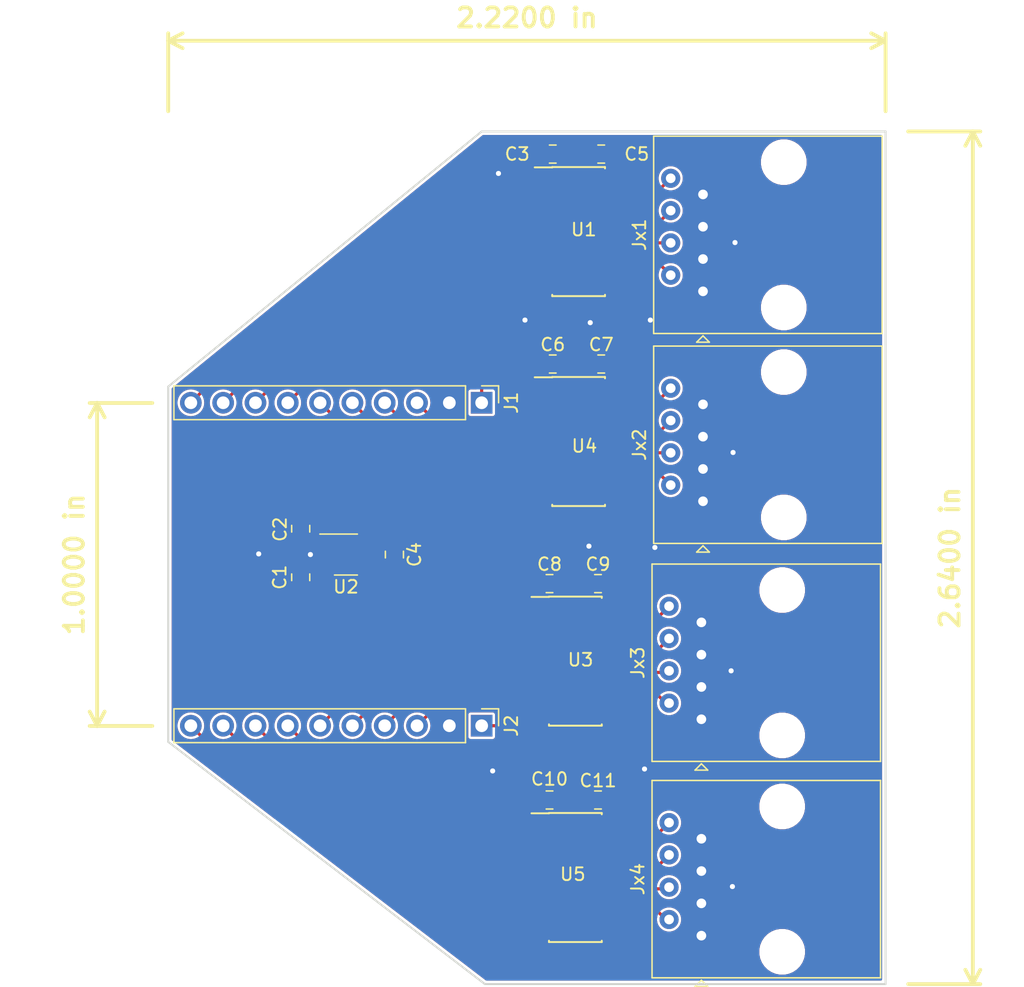
<source format=kicad_pcb>
(kicad_pcb (version 20171130) (host pcbnew 5.0.1+dfsg1-2)
  (layers (0 F.Cu signal) (31 B.Cu signal) (34 B.Paste user hide) (35 F.Paste user hide) (36 B.SilkS user) (37 F.SilkS user) (38 B.Mask user hide) (39 F.Mask user hide) (44 Edge.Cuts user))
  (net 0 "")
  (net 1 +3V3)
  (net 2 GND)
  (net 3 "/iCEstick connector/FPGA_116")
  (net 4 "/iCEstick connector/FPGA_117")
  (net 5 "/iCEstick connector/FPGA_118")
  (net 6 "/iCEstick connector/FPGA_119")
  (net 7 +5V)
  (net 8 "/Connector 2/OUT4")
  (net 9 "/Connector 2/OUT3")
  (net 10 "/Connector 2/OUT2")
  (net 11 "/Connector 2/OUT1")
  (net 12 "/Connector 3/OUT1")
  (net 13 "/Connector 3/OUT2")
  (net 14 "/Connector 3/OUT3")
  (net 15 "/Connector 3/OUT4")
  (net 16 "/iCEstick connector/FPGA_56")
  (net 17 "/iCEstick connector/FPGA_60")
  (net 18 "/iCEstick connector/FPGA_61")
  (net 19 "/iCEstick connector/FPGA_62")
  (net 20 "/iCEstick connector/FPGA_112")
  (net 21 "/iCEstick connector/FPGA_113")
  (net 22 "/iCEstick connector/FPGA_114")
  (net 23 "/iCEstick connector/FPGA_115")
  (net 24 "/Connector 1/OUT4")
  (net 25 "/Connector 1/OUT3")
  (net 26 "/Connector 1/OUT2")
  (net 27 "/Connector 1/OUT1")
  (net 28 "/Connector 4/OUT1")
  (net 29 "/Connector 4/OUT2")
  (net 30 "/Connector 4/OUT3")
  (net 31 "/Connector 4/OUT4")
  (net 32 "/iCEstick connector/FPGA_44")
  (net 33 "/iCEstick connector/FPGA_45")
  (net 34 "/iCEstick connector/FPGA_47")
  (net 35 "/iCEstick connector/FPGA_48")
  (net 36 "Net-(C4-Pad1)")
  (net 37 "Net-(C4-Pad2)")
  (module Package_SO:SOIC-16_3.9x9.9mm_P1.27mm (layer F.Cu) (at 190.754 110.998)
    (fp_text reference U5 (at -0.2032 -0.254) (layer F.SilkS))
    (fp_text value Si8640BB-B-IS1)
    (pad 1 smd rect (at -2.7 -4.445) (size 1.5 0.6) (layers F.Cu F.Paste F.Mask) (net 1 +3V3))
    (pad 2 smd rect (at -2.7 -3.175) (size 1.5 0.6) (layers F.Cu F.Paste F.Mask) (net 2 GND))
    (pad 3 smd rect (at -2.7 -1.905) (size 1.5 0.6) (layers F.Cu F.Paste F.Mask) (net 35 "/iCEstick connector/FPGA_48"))
    (pad 4 smd rect (at -2.7 -0.635) (size 1.5 0.6) (layers F.Cu F.Paste F.Mask) (net 34 "/iCEstick connector/FPGA_47"))
    (pad 5 smd rect (at -2.7 0.635) (size 1.5 0.6) (layers F.Cu F.Paste F.Mask) (net 33 "/iCEstick connector/FPGA_45"))
    (pad 6 smd rect (at -2.7 1.905) (size 1.5 0.6) (layers F.Cu F.Paste F.Mask) (net 32 "/iCEstick connector/FPGA_44"))
    (pad 7 smd rect (at -2.7 3.175) (size 1.5 0.6) (layers F.Cu F.Paste F.Mask))
    (pad 8 smd rect (at -2.7 4.445) (size 1.5 0.6) (layers F.Cu F.Paste F.Mask) (net 2 GND))
    (pad 9 smd rect (at 2.7 4.445) (size 1.5 0.6) (layers F.Cu F.Paste F.Mask) (net 2 GND))
    (pad 10 smd rect (at 2.7 3.175) (size 1.5 0.6) (layers F.Cu F.Paste F.Mask) (net 7 +5V))
    (pad 11 smd rect (at 2.7 1.905) (size 1.5 0.6) (layers F.Cu F.Paste F.Mask) (net 31 "/Connector 4/OUT4"))
    (pad 12 smd rect (at 2.7 0.635) (size 1.5 0.6) (layers F.Cu F.Paste F.Mask) (net 30 "/Connector 4/OUT3"))
    (pad 13 smd rect (at 2.7 -0.635) (size 1.5 0.6) (layers F.Cu F.Paste F.Mask) (net 29 "/Connector 4/OUT2"))
    (pad 14 smd rect (at 2.7 -1.905) (size 1.5 0.6) (layers F.Cu F.Paste F.Mask) (net 28 "/Connector 4/OUT1"))
    (pad 15 smd rect (at 2.7 -3.175) (size 1.5 0.6) (layers F.Cu F.Paste F.Mask) (net 2 GND))
    (pad 16 smd rect (at 2.7 -4.445) (size 1.5 0.6) (layers F.Cu F.Paste F.Mask) (net 7 +5V))
  )
  (module Package_SO:SOIC-16_3.9x9.9mm_P1.27mm (layer F.Cu) (at 191.008 60.198)
    (fp_text reference U1 (at 0.4064 -0.1524) (layer F.SilkS))
    (fp_text value Si8640BB-B-IS1)
    (pad 1 smd rect (at -2.7 -4.445) (size 1.5 0.6) (layers F.Cu F.Paste F.Mask) (net 1 +3V3))
    (pad 2 smd rect (at -2.7 -3.175) (size 1.5 0.6) (layers F.Cu F.Paste F.Mask) (net 2 GND))
    (pad 3 smd rect (at -2.7 -1.905) (size 1.5 0.6) (layers F.Cu F.Paste F.Mask) (net 6 "/iCEstick connector/FPGA_119"))
    (pad 4 smd rect (at -2.7 -0.635) (size 1.5 0.6) (layers F.Cu F.Paste F.Mask) (net 5 "/iCEstick connector/FPGA_118"))
    (pad 5 smd rect (at -2.7 0.635) (size 1.5 0.6) (layers F.Cu F.Paste F.Mask) (net 4 "/iCEstick connector/FPGA_117"))
    (pad 6 smd rect (at -2.7 1.905) (size 1.5 0.6) (layers F.Cu F.Paste F.Mask) (net 3 "/iCEstick connector/FPGA_116"))
    (pad 7 smd rect (at -2.7 3.175) (size 1.5 0.6) (layers F.Cu F.Paste F.Mask))
    (pad 8 smd rect (at -2.7 4.445) (size 1.5 0.6) (layers F.Cu F.Paste F.Mask) (net 2 GND))
    (pad 9 smd rect (at 2.7 4.445) (size 1.5 0.6) (layers F.Cu F.Paste F.Mask) (net 2 GND))
    (pad 10 smd rect (at 2.7 3.175) (size 1.5 0.6) (layers F.Cu F.Paste F.Mask) (net 7 +5V))
    (pad 11 smd rect (at 2.7 1.905) (size 1.5 0.6) (layers F.Cu F.Paste F.Mask) (net 24 "/Connector 1/OUT4"))
    (pad 12 smd rect (at 2.7 0.635) (size 1.5 0.6) (layers F.Cu F.Paste F.Mask) (net 25 "/Connector 1/OUT3"))
    (pad 13 smd rect (at 2.7 -0.635) (size 1.5 0.6) (layers F.Cu F.Paste F.Mask) (net 26 "/Connector 1/OUT2"))
    (pad 14 smd rect (at 2.7 -1.905) (size 1.5 0.6) (layers F.Cu F.Paste F.Mask) (net 27 "/Connector 1/OUT1"))
    (pad 15 smd rect (at 2.7 -3.175) (size 1.5 0.6) (layers F.Cu F.Paste F.Mask) (net 2 GND))
    (pad 16 smd rect (at 2.7 -4.445) (size 1.5 0.6) (layers F.Cu F.Paste F.Mask) (net 7 +5V))
  )
  (module Connector_PinHeader_2.54mm:PinHeader_1x10_P2.54mm_Vertical (layer F.Cu) (at 183.388 73.66 270)
    (fp_text reference J1 (at 0 -2.33 270) (layer F.SilkS))
    (fp_text value Conn_01x10)
    (pad 10 thru_hole oval (at 0 22.86 270) (size 1.7 1.7) (drill 1) (layers *.Cu *.Mask) (net 6 "/iCEstick connector/FPGA_119"))
    (pad 9 thru_hole oval (at 0 20.32 270) (size 1.7 1.7) (drill 1) (layers *.Cu *.Mask) (net 5 "/iCEstick connector/FPGA_118"))
    (pad 8 thru_hole oval (at 0 17.78 270) (size 1.7 1.7) (drill 1) (layers *.Cu *.Mask) (net 4 "/iCEstick connector/FPGA_117"))
    (pad 7 thru_hole oval (at 0 15.24 270) (size 1.7 1.7) (drill 1) (layers *.Cu *.Mask) (net 3 "/iCEstick connector/FPGA_116"))
    (pad 6 thru_hole oval (at 0 12.7 270) (size 1.7 1.7) (drill 1) (layers *.Cu *.Mask) (net 23 "/iCEstick connector/FPGA_115"))
    (pad 5 thru_hole oval (at 0 10.16 270) (size 1.7 1.7) (drill 1) (layers *.Cu *.Mask) (net 22 "/iCEstick connector/FPGA_114"))
    (pad 4 thru_hole oval (at 0 7.62 270) (size 1.7 1.7) (drill 1) (layers *.Cu *.Mask) (net 21 "/iCEstick connector/FPGA_113"))
    (pad 3 thru_hole oval (at 0 5.08 270) (size 1.7 1.7) (drill 1) (layers *.Cu *.Mask) (net 20 "/iCEstick connector/FPGA_112"))
    (pad 2 thru_hole oval (at 0 2.54 270) (size 1.7 1.7) (drill 1) (layers *.Cu *.Mask) (net 2 GND))
    (pad 1 thru_hole rect (at 0 0 270) (size 1.7 1.7) (drill 1) (layers *.Cu *.Mask) (net 1 +3V3))
  )
  (module Package_SO:SOIC-16_3.9x9.9mm_P1.27mm (layer F.Cu) (at 191.008 76.708)
    (fp_text reference U4 (at 0.4572 0.3556) (layer F.SilkS))
    (fp_text value Si8640BB-B-IS1)
    (pad 16 smd rect (at 2.7 -4.445) (size 1.5 0.6) (layers F.Cu F.Paste F.Mask) (net 7 +5V))
    (pad 15 smd rect (at 2.7 -3.175) (size 1.5 0.6) (layers F.Cu F.Paste F.Mask) (net 2 GND))
    (pad 14 smd rect (at 2.7 -1.905) (size 1.5 0.6) (layers F.Cu F.Paste F.Mask) (net 11 "/Connector 2/OUT1"))
    (pad 13 smd rect (at 2.7 -0.635) (size 1.5 0.6) (layers F.Cu F.Paste F.Mask) (net 10 "/Connector 2/OUT2"))
    (pad 12 smd rect (at 2.7 0.635) (size 1.5 0.6) (layers F.Cu F.Paste F.Mask) (net 9 "/Connector 2/OUT3"))
    (pad 11 smd rect (at 2.7 1.905) (size 1.5 0.6) (layers F.Cu F.Paste F.Mask) (net 8 "/Connector 2/OUT4"))
    (pad 10 smd rect (at 2.7 3.175) (size 1.5 0.6) (layers F.Cu F.Paste F.Mask) (net 7 +5V))
    (pad 9 smd rect (at 2.7 4.445) (size 1.5 0.6) (layers F.Cu F.Paste F.Mask) (net 2 GND))
    (pad 8 smd rect (at -2.7 4.445) (size 1.5 0.6) (layers F.Cu F.Paste F.Mask) (net 2 GND))
    (pad 7 smd rect (at -2.7 3.175) (size 1.5 0.6) (layers F.Cu F.Paste F.Mask))
    (pad 6 smd rect (at -2.7 1.905) (size 1.5 0.6) (layers F.Cu F.Paste F.Mask) (net 23 "/iCEstick connector/FPGA_115"))
    (pad 5 smd rect (at -2.7 0.635) (size 1.5 0.6) (layers F.Cu F.Paste F.Mask) (net 22 "/iCEstick connector/FPGA_114"))
    (pad 4 smd rect (at -2.7 -0.635) (size 1.5 0.6) (layers F.Cu F.Paste F.Mask) (net 21 "/iCEstick connector/FPGA_113"))
    (pad 3 smd rect (at -2.7 -1.905) (size 1.5 0.6) (layers F.Cu F.Paste F.Mask) (net 20 "/iCEstick connector/FPGA_112"))
    (pad 2 smd rect (at -2.7 -3.175) (size 1.5 0.6) (layers F.Cu F.Paste F.Mask) (net 2 GND))
    (pad 1 smd rect (at -2.7 -4.445) (size 1.5 0.6) (layers F.Cu F.Paste F.Mask) (net 1 +3V3))
  )
  (module Connector_RJ:RJ45_Amphenol_54602-x08_Horizontal (layer F.Cu) (at 200.787 81.407 90)
    (fp_text reference Jx2 (at 4.445 -5 90) (layer F.SilkS))
    (fp_text value RJ45)
    (pad "" np_thru_hole circle (at 10.16 6.35 90) (size 3.2 3.2) (drill 3.2) (layers *.Cu *.Mask))
    (pad "" np_thru_hole circle (at -1.27 6.35 90) (size 3.2 3.2) (drill 3.2) (layers *.Cu *.Mask))
    (pad 1 thru_hole rect (at 0 0 90) (size 1.5 1.5) (drill 0.76) (layers *.Cu *.Mask) (net 2 GND))
    (pad 2 thru_hole circle (at 1.27 -2.54 90) (size 1.5 1.5) (drill 0.76) (layers *.Cu *.Mask) (net 8 "/Connector 2/OUT4"))
    (pad 3 thru_hole circle (at 2.54 0 90) (size 1.5 1.5) (drill 0.76) (layers *.Cu *.Mask) (net 2 GND))
    (pad 4 thru_hole circle (at 3.81 -2.54 90) (size 1.5 1.5) (drill 0.76) (layers *.Cu *.Mask) (net 9 "/Connector 2/OUT3"))
    (pad 5 thru_hole circle (at 5.08 0 90) (size 1.5 1.5) (drill 0.76) (layers *.Cu *.Mask) (net 2 GND))
    (pad 6 thru_hole circle (at 6.35 -2.54 90) (size 1.5 1.5) (drill 0.76) (layers *.Cu *.Mask) (net 10 "/Connector 2/OUT2"))
    (pad 7 thru_hole circle (at 7.62 0 90) (size 1.5 1.5) (drill 0.76) (layers *.Cu *.Mask) (net 2 GND))
    (pad 8 thru_hole circle (at 8.89 -2.54 90) (size 1.5 1.5) (drill 0.76) (layers *.Cu *.Mask) (net 11 "/Connector 2/OUT1"))
  )
  (module Capacitor_SMD:C_0805_2012Metric_Pad1.15x1.40mm_HandSolder (layer F.Cu) (at 192.532 104.902 180)
    (fp_text reference C11 (at 0 1.524 180) (layer F.SilkS))
    (fp_text value 220nF)
    (pad 1 smd roundrect (at -1.025 0 180) (size 1.15 1.4) (layers F.Cu F.Paste F.Mask) (roundrect_rratio 0.217391) (net 7 +5V))
    (pad 2 smd roundrect (at 1.025 0 180) (size 1.15 1.4) (layers F.Cu F.Paste F.Mask) (roundrect_rratio 0.217391) (net 2 GND))
  )
  (module Capacitor_SMD:C_0805_2012Metric_Pad1.15x1.40mm_HandSolder (layer F.Cu) (at 169.164 87.385 90)
    (fp_text reference C1 (at 0 -1.65 90) (layer F.SilkS))
    (fp_text value 220nF)
    (pad 2 smd roundrect (at 1.025 0 90) (size 1.15 1.4) (layers F.Cu F.Paste F.Mask) (roundrect_rratio 0.217391) (net 2 GND))
    (pad 1 smd roundrect (at -1.025 0 90) (size 1.15 1.4) (layers F.Cu F.Paste F.Mask) (roundrect_rratio 0.217391) (net 1 +3V3))
  )
  (module Capacitor_SMD:C_0805_2012Metric_Pad1.15x1.40mm_HandSolder (layer F.Cu) (at 188.722 104.902)
    (fp_text reference C10 (at 0 -1.65) (layer F.SilkS))
    (fp_text value 220nF)
    (pad 1 smd roundrect (at -1.025 0) (size 1.15 1.4) (layers F.Cu F.Paste F.Mask) (roundrect_rratio 0.217391) (net 1 +3V3))
    (pad 2 smd roundrect (at 1.025 0) (size 1.15 1.4) (layers F.Cu F.Paste F.Mask) (roundrect_rratio 0.217391) (net 2 GND))
  )
  (module Capacitor_SMD:C_0805_2012Metric_Pad1.15x1.40mm_HandSolder (layer F.Cu) (at 192.532 87.884 180)
    (fp_text reference C9 (at 0 1.524 180) (layer F.SilkS))
    (fp_text value 220nF)
    (pad 2 smd roundrect (at 1.025 0 180) (size 1.15 1.4) (layers F.Cu F.Paste F.Mask) (roundrect_rratio 0.217391) (net 2 GND))
    (pad 1 smd roundrect (at -1.025 0 180) (size 1.15 1.4) (layers F.Cu F.Paste F.Mask) (roundrect_rratio 0.217391) (net 7 +5V))
  )
  (module Capacitor_SMD:C_0805_2012Metric_Pad1.15x1.40mm_HandSolder (layer F.Cu) (at 188.722 87.884 180)
    (fp_text reference C8 (at 0 1.524 180) (layer F.SilkS))
    (fp_text value 220nF)
    (pad 1 smd roundrect (at -1.025 0 180) (size 1.15 1.4) (layers F.Cu F.Paste F.Mask) (roundrect_rratio 0.217391) (net 1 +3V3))
    (pad 2 smd roundrect (at 1.025 0 180) (size 1.15 1.4) (layers F.Cu F.Paste F.Mask) (roundrect_rratio 0.217391) (net 2 GND))
  )
  (module Capacitor_SMD:C_0805_2012Metric_Pad1.15x1.40mm_HandSolder (layer F.Cu) (at 192.786 70.612 180)
    (fp_text reference C7 (at 0 1.524 180) (layer F.SilkS))
    (fp_text value 220nF)
    (pad 2 smd roundrect (at 1.025 0 180) (size 1.15 1.4) (layers F.Cu F.Paste F.Mask) (roundrect_rratio 0.217391) (net 2 GND))
    (pad 1 smd roundrect (at -1.025 0 180) (size 1.15 1.4) (layers F.Cu F.Paste F.Mask) (roundrect_rratio 0.217391) (net 7 +5V))
  )
  (module Capacitor_SMD:C_0805_2012Metric_Pad1.15x1.40mm_HandSolder (layer F.Cu) (at 188.976 70.612 180)
    (fp_text reference C6 (at 0 1.524 180) (layer F.SilkS))
    (fp_text value 220nF)
    (pad 1 smd roundrect (at -1.025 0 180) (size 1.15 1.4) (layers F.Cu F.Paste F.Mask) (roundrect_rratio 0.217391) (net 1 +3V3))
    (pad 2 smd roundrect (at 1.025 0 180) (size 1.15 1.4) (layers F.Cu F.Paste F.Mask) (roundrect_rratio 0.217391) (net 2 GND))
  )
  (module Capacitor_SMD:C_0805_2012Metric_Pad1.15x1.40mm_HandSolder (layer F.Cu) (at 192.786 54.102 180)
    (fp_text reference C5 (at -2.794 0 180) (layer F.SilkS))
    (fp_text value 220nF)
    (pad 2 smd roundrect (at 1.025 0 180) (size 1.15 1.4) (layers F.Cu F.Paste F.Mask) (roundrect_rratio 0.217391) (net 2 GND))
    (pad 1 smd roundrect (at -1.025 0 180) (size 1.15 1.4) (layers F.Cu F.Paste F.Mask) (roundrect_rratio 0.217391) (net 7 +5V))
  )
  (module Capacitor_SMD:C_0805_2012Metric_Pad1.15x1.40mm_HandSolder (layer F.Cu) (at 176.53 85.598 90)
    (fp_text reference C4 (at 0 1.5748 90) (layer F.SilkS))
    (fp_text value 220nF)
    (pad 1 smd roundrect (at -1.025 0 90) (size 1.15 1.4) (layers F.Cu F.Paste F.Mask) (roundrect_rratio 0.217391) (net 36 "Net-(C4-Pad1)"))
    (pad 2 smd roundrect (at 1.025 0 90) (size 1.15 1.4) (layers F.Cu F.Paste F.Mask) (roundrect_rratio 0.217391) (net 37 "Net-(C4-Pad2)"))
  )
  (module Capacitor_SMD:C_0805_2012Metric_Pad1.15x1.40mm_HandSolder (layer F.Cu) (at 188.976 54.102 180)
    (fp_text reference C3 (at 2.794 0 180) (layer F.SilkS))
    (fp_text value 220nF)
    (pad 2 smd roundrect (at 1.025 0 180) (size 1.15 1.4) (layers F.Cu F.Paste F.Mask) (roundrect_rratio 0.217391) (net 2 GND))
    (pad 1 smd roundrect (at -1.025 0 180) (size 1.15 1.4) (layers F.Cu F.Paste F.Mask) (roundrect_rratio 0.217391) (net 1 +3V3))
  )
  (module Capacitor_SMD:C_0805_2012Metric_Pad1.15x1.40mm_HandSolder (layer F.Cu) (at 169.164 83.566 270)
    (fp_text reference C2 (at 0.0508 1.6256 270) (layer F.SilkS))
    (fp_text value 220nF)
    (pad 1 smd roundrect (at -1.025 0 270) (size 1.15 1.4) (layers F.Cu F.Paste F.Mask) (roundrect_rratio 0.217391) (net 7 +5V))
    (pad 2 smd roundrect (at 1.025 0 270) (size 1.15 1.4) (layers F.Cu F.Paste F.Mask) (roundrect_rratio 0.217391) (net 2 GND))
  )
  (module Connector_RJ:RJ45_Amphenol_54602-x08_Horizontal (layer F.Cu) (at 200.787 64.897 90)
    (fp_text reference Jx1 (at 4.445 -5 90) (layer F.SilkS))
    (fp_text value RJ45)
    (pad 8 thru_hole circle (at 8.89 -2.54 90) (size 1.5 1.5) (drill 0.76) (layers *.Cu *.Mask) (net 27 "/Connector 1/OUT1"))
    (pad 7 thru_hole circle (at 7.62 0 90) (size 1.5 1.5) (drill 0.76) (layers *.Cu *.Mask) (net 2 GND))
    (pad 6 thru_hole circle (at 6.35 -2.54 90) (size 1.5 1.5) (drill 0.76) (layers *.Cu *.Mask) (net 26 "/Connector 1/OUT2"))
    (pad 5 thru_hole circle (at 5.08 0 90) (size 1.5 1.5) (drill 0.76) (layers *.Cu *.Mask) (net 2 GND))
    (pad 4 thru_hole circle (at 3.81 -2.54 90) (size 1.5 1.5) (drill 0.76) (layers *.Cu *.Mask) (net 25 "/Connector 1/OUT3"))
    (pad 3 thru_hole circle (at 2.54 0 90) (size 1.5 1.5) (drill 0.76) (layers *.Cu *.Mask) (net 2 GND))
    (pad 2 thru_hole circle (at 1.27 -2.54 90) (size 1.5 1.5) (drill 0.76) (layers *.Cu *.Mask) (net 24 "/Connector 1/OUT4"))
    (pad 1 thru_hole rect (at 0 0 90) (size 1.5 1.5) (drill 0.76) (layers *.Cu *.Mask) (net 2 GND))
    (pad "" np_thru_hole circle (at -1.27 6.35 90) (size 3.2 3.2) (drill 3.2) (layers *.Cu *.Mask))
    (pad "" np_thru_hole circle (at 10.16 6.35 90) (size 3.2 3.2) (drill 3.2) (layers *.Cu *.Mask))
  )
  (module Connector_RJ:RJ45_Amphenol_54602-x08_Horizontal (layer F.Cu) (at 200.66 98.552 90)
    (fp_text reference Jx3 (at 4.445 -5 90) (layer F.SilkS))
    (fp_text value RJ45)
    (pad 8 thru_hole circle (at 8.89 -2.54 90) (size 1.5 1.5) (drill 0.76) (layers *.Cu *.Mask) (net 12 "/Connector 3/OUT1"))
    (pad 7 thru_hole circle (at 7.62 0 90) (size 1.5 1.5) (drill 0.76) (layers *.Cu *.Mask) (net 2 GND))
    (pad 6 thru_hole circle (at 6.35 -2.54 90) (size 1.5 1.5) (drill 0.76) (layers *.Cu *.Mask) (net 13 "/Connector 3/OUT2"))
    (pad 5 thru_hole circle (at 5.08 0 90) (size 1.5 1.5) (drill 0.76) (layers *.Cu *.Mask) (net 2 GND))
    (pad 4 thru_hole circle (at 3.81 -2.54 90) (size 1.5 1.5) (drill 0.76) (layers *.Cu *.Mask) (net 14 "/Connector 3/OUT3"))
    (pad 3 thru_hole circle (at 2.54 0 90) (size 1.5 1.5) (drill 0.76) (layers *.Cu *.Mask) (net 2 GND))
    (pad 2 thru_hole circle (at 1.27 -2.54 90) (size 1.5 1.5) (drill 0.76) (layers *.Cu *.Mask) (net 15 "/Connector 3/OUT4"))
    (pad 1 thru_hole rect (at 0 0 90) (size 1.5 1.5) (drill 0.76) (layers *.Cu *.Mask) (net 2 GND))
    (pad "" np_thru_hole circle (at -1.27 6.35 90) (size 3.2 3.2) (drill 3.2) (layers *.Cu *.Mask))
    (pad "" np_thru_hole circle (at 10.16 6.35 90) (size 3.2 3.2) (drill 3.2) (layers *.Cu *.Mask))
  )
  (module Connector_RJ:RJ45_Amphenol_54602-x08_Horizontal (layer F.Cu) (at 200.66 115.57 90)
    (fp_text reference Jx4 (at 4.445 -5 90) (layer F.SilkS))
    (fp_text value RJ45)
    (pad "" np_thru_hole circle (at 10.16 6.35 90) (size 3.2 3.2) (drill 3.2) (layers *.Cu *.Mask))
    (pad "" np_thru_hole circle (at -1.27 6.35 90) (size 3.2 3.2) (drill 3.2) (layers *.Cu *.Mask))
    (pad 1 thru_hole rect (at 0 0 90) (size 1.5 1.5) (drill 0.76) (layers *.Cu *.Mask) (net 2 GND))
    (pad 2 thru_hole circle (at 1.27 -2.54 90) (size 1.5 1.5) (drill 0.76) (layers *.Cu *.Mask) (net 31 "/Connector 4/OUT4"))
    (pad 3 thru_hole circle (at 2.54 0 90) (size 1.5 1.5) (drill 0.76) (layers *.Cu *.Mask) (net 2 GND))
    (pad 4 thru_hole circle (at 3.81 -2.54 90) (size 1.5 1.5) (drill 0.76) (layers *.Cu *.Mask) (net 30 "/Connector 4/OUT3"))
    (pad 5 thru_hole circle (at 5.08 0 90) (size 1.5 1.5) (drill 0.76) (layers *.Cu *.Mask) (net 2 GND))
    (pad 6 thru_hole circle (at 6.35 -2.54 90) (size 1.5 1.5) (drill 0.76) (layers *.Cu *.Mask) (net 29 "/Connector 4/OUT2"))
    (pad 7 thru_hole circle (at 7.62 0 90) (size 1.5 1.5) (drill 0.76) (layers *.Cu *.Mask) (net 2 GND))
    (pad 8 thru_hole circle (at 8.89 -2.54 90) (size 1.5 1.5) (drill 0.76) (layers *.Cu *.Mask) (net 28 "/Connector 4/OUT1"))
  )
  (module Package_SO:SOIC-16_3.9x9.9mm_P1.27mm (layer F.Cu) (at 190.754 93.98)
    (fp_text reference U3 (at 0.4064 -0.1016) (layer F.SilkS))
    (fp_text value Si8640BB-B-IS1)
    (pad 1 smd rect (at -2.7 -4.445) (size 1.5 0.6) (layers F.Cu F.Paste F.Mask) (net 1 +3V3))
    (pad 2 smd rect (at -2.7 -3.175) (size 1.5 0.6) (layers F.Cu F.Paste F.Mask) (net 2 GND))
    (pad 3 smd rect (at -2.7 -1.905) (size 1.5 0.6) (layers F.Cu F.Paste F.Mask) (net 16 "/iCEstick connector/FPGA_56"))
    (pad 4 smd rect (at -2.7 -0.635) (size 1.5 0.6) (layers F.Cu F.Paste F.Mask) (net 17 "/iCEstick connector/FPGA_60"))
    (pad 5 smd rect (at -2.7 0.635) (size 1.5 0.6) (layers F.Cu F.Paste F.Mask) (net 18 "/iCEstick connector/FPGA_61"))
    (pad 6 smd rect (at -2.7 1.905) (size 1.5 0.6) (layers F.Cu F.Paste F.Mask) (net 19 "/iCEstick connector/FPGA_62"))
    (pad 7 smd rect (at -2.7 3.175) (size 1.5 0.6) (layers F.Cu F.Paste F.Mask))
    (pad 8 smd rect (at -2.7 4.445) (size 1.5 0.6) (layers F.Cu F.Paste F.Mask) (net 2 GND))
    (pad 9 smd rect (at 2.7 4.445) (size 1.5 0.6) (layers F.Cu F.Paste F.Mask) (net 2 GND))
    (pad 10 smd rect (at 2.7 3.175) (size 1.5 0.6) (layers F.Cu F.Paste F.Mask) (net 7 +5V))
    (pad 11 smd rect (at 2.7 1.905) (size 1.5 0.6) (layers F.Cu F.Paste F.Mask) (net 15 "/Connector 3/OUT4"))
    (pad 12 smd rect (at 2.7 0.635) (size 1.5 0.6) (layers F.Cu F.Paste F.Mask) (net 14 "/Connector 3/OUT3"))
    (pad 13 smd rect (at 2.7 -0.635) (size 1.5 0.6) (layers F.Cu F.Paste F.Mask) (net 13 "/Connector 3/OUT2"))
    (pad 14 smd rect (at 2.7 -1.905) (size 1.5 0.6) (layers F.Cu F.Paste F.Mask) (net 12 "/Connector 3/OUT1"))
    (pad 15 smd rect (at 2.7 -3.175) (size 1.5 0.6) (layers F.Cu F.Paste F.Mask) (net 2 GND))
    (pad 16 smd rect (at 2.7 -4.445) (size 1.5 0.6) (layers F.Cu F.Paste F.Mask) (net 7 +5V))
  )
  (module Connector_PinHeader_2.54mm:PinHeader_1x10_P2.54mm_Vertical (layer F.Cu) (at 183.388 99.06 270)
    (fp_text reference J2 (at 0 -2.33 270) (layer F.SilkS))
    (fp_text value Conn_01x10)
    (pad 1 thru_hole rect (at 0 0 270) (size 1.7 1.7) (drill 1) (layers *.Cu *.Mask) (net 1 +3V3))
    (pad 2 thru_hole oval (at 0 2.54 270) (size 1.7 1.7) (drill 1) (layers *.Cu *.Mask) (net 2 GND))
    (pad 3 thru_hole oval (at 0 5.08 270) (size 1.7 1.7) (drill 1) (layers *.Cu *.Mask) (net 19 "/iCEstick connector/FPGA_62"))
    (pad 4 thru_hole oval (at 0 7.62 270) (size 1.7 1.7) (drill 1) (layers *.Cu *.Mask) (net 18 "/iCEstick connector/FPGA_61"))
    (pad 5 thru_hole oval (at 0 10.16 270) (size 1.7 1.7) (drill 1) (layers *.Cu *.Mask) (net 17 "/iCEstick connector/FPGA_60"))
    (pad 6 thru_hole oval (at 0 12.7 270) (size 1.7 1.7) (drill 1) (layers *.Cu *.Mask) (net 16 "/iCEstick connector/FPGA_56"))
    (pad 7 thru_hole oval (at 0 15.24 270) (size 1.7 1.7) (drill 1) (layers *.Cu *.Mask) (net 35 "/iCEstick connector/FPGA_48"))
    (pad 8 thru_hole oval (at 0 17.78 270) (size 1.7 1.7) (drill 1) (layers *.Cu *.Mask) (net 34 "/iCEstick connector/FPGA_47"))
    (pad 9 thru_hole oval (at 0 20.32 270) (size 1.7 1.7) (drill 1) (layers *.Cu *.Mask) (net 33 "/iCEstick connector/FPGA_45"))
    (pad 10 thru_hole oval (at 0 22.86 270) (size 1.7 1.7) (drill 1) (layers *.Cu *.Mask) (net 32 "/iCEstick connector/FPGA_44"))
  )
  (module Package_TO_SOT_SMD:SOT-23-6_Handsoldering (layer F.Cu) (at 172.72 85.598)
    (fp_text reference U2 (at 0 2.54) (layer F.SilkS))
    (fp_text value REG71050)
    (pad 1 smd rect (at -1.35 -0.95) (size 1.56 0.65) (layers F.Cu F.Paste F.Mask) (net 7 +5V))
    (pad 2 smd rect (at -1.35 0) (size 1.56 0.65) (layers F.Cu F.Paste F.Mask) (net 2 GND))
    (pad 3 smd rect (at -1.35 0.95) (size 1.56 0.65) (layers F.Cu F.Paste F.Mask) (net 1 +3V3))
    (pad 4 smd rect (at 1.35 0.95) (size 1.56 0.65) (layers F.Cu F.Paste F.Mask) (net 36 "Net-(C4-Pad1)"))
    (pad 6 smd rect (at 1.35 -0.95) (size 1.56 0.65) (layers F.Cu F.Paste F.Mask) (net 37 "Net-(C4-Pad2)"))
    (pad 5 smd rect (at 1.35 0) (size 1.56 0.65) (layers F.Cu F.Paste F.Mask) (net 1 +3V3))
  )
  (dimension 67.056 (width 0.3) (layer F.SilkS) (gr_text "67,056 mm" (at 224.096 85.852 270) (layer F.SilkS) (effects (font (size 1.5 1.5) (thickness 0.3)))) (feature1 (pts (xy 216.916 119.38) (xy 222.582421 119.38))) (feature2 (pts (xy 216.916 52.324) (xy 222.582421 52.324))) (crossbar (pts (xy 221.996 52.324) (xy 221.996 119.38))) (arrow1a (pts (xy 221.996 119.38) (xy 221.409579 118.253496))) (arrow1b (pts (xy 221.996 119.38) (xy 222.582421 118.253496))) (arrow2a (pts (xy 221.996 52.324) (xy 221.409579 53.450504))) (arrow2b (pts (xy 221.996 52.324) (xy 222.582421 53.450504))))
  (dimension 56.388 (width 0.3) (layer F.SilkS) (gr_text "56,388 mm" (at 186.944 43.088681) (layer F.SilkS) (effects (font (size 1.5 1.5) (thickness 0.3)))) (feature1 (pts (xy 158.75 50.7335) (xy 158.75 44.60226))) (feature2 (pts (xy 215.138 50.7335) (xy 215.138 44.60226))) (crossbar (pts (xy 215.138 45.188681) (xy 158.75 45.188681))) (arrow1a (pts (xy 158.75 45.188681) (xy 159.876504 44.60226))) (arrow1b (pts (xy 158.75 45.188681) (xy 159.876504 45.775102))) (arrow2a (pts (xy 215.138 45.188681) (xy 214.011496 44.60226))) (arrow2b (pts (xy 215.138 45.188681) (xy 214.011496 45.775102))))
  (dimension 25.4 (width 0.3) (layer F.SilkS) (gr_text "25,400 mm" (at 151.061962 86.378372 270) (layer F.SilkS) (effects (font (size 1.5 1.5) (thickness 0.3)))) (feature1 (pts (xy 157.498372 99.078372) (xy 152.575541 99.078372))) (feature2 (pts (xy 157.498372 73.678372) (xy 152.575541 73.678372))) (crossbar (pts (xy 153.161962 73.678372) (xy 153.161962 99.078372))) (arrow1a (pts (xy 153.161962 99.078372) (xy 152.575541 97.951868))) (arrow1b (pts (xy 153.161962 99.078372) (xy 153.748383 97.951868))) (arrow2a (pts (xy 153.161962 73.678372) (xy 152.575541 74.804876))) (arrow2b (pts (xy 153.161962 73.678372) (xy 153.748383 74.804876))))
  (gr_line (start 183.642 119.38) (end 215.138 119.38) (layer Edge.Cuts) (width 0.15))
  (gr_line (start 158.75 100.33) (end 183.642 119.38) (layer Edge.Cuts) (width 0.15))
  (gr_line (start 158.75 72.39) (end 158.75 100.33) (layer Edge.Cuts) (width 0.15))
  (gr_line (start 183.388 52.324) (end 158.75 72.39) (layer Edge.Cuts) (width 0.15))
  (gr_line (start 215.138 52.324) (end 183.388 52.324) (layer Edge.Cuts) (width 0.15))
  (gr_line (start 215.138 119.38) (end 215.138 52.324) (layer Edge.Cuts) (width 0.15))
  (segment (start 188.054 105.259) (end 187.697 104.902) (width 0.25) (layer F.Cu) (net 1))
  (segment (start 188.054 106.553) (end 188.054 105.259) (width 0.25) (layer F.Cu) (net 1))
  (segment (start 188.054 88.241) (end 187.697 87.884) (width 0.25) (layer F.Cu) (net 2))
  (segment (start 188.308 70.969) (end 187.951 70.612) (width 0.25) (layer F.Cu) (net 2))
  (segment (start 188.308 54.459) (end 187.951 54.102) (width 0.25) (layer F.Cu) (net 2))
  (segment (start 173.35 85.598) (end 174.07 85.598) (width 0.25) (layer F.Cu) (net 1))
  (segment (start 172.4 86.548) (end 173.35 85.598) (width 0.25) (layer F.Cu) (net 1))
  (segment (start 171.37 86.548) (end 172.4 86.548) (width 0.25) (layer F.Cu) (net 1))
  (segment (start 169.964 88.41) (end 169.164 88.41) (width 0.25) (layer F.Cu) (net 1))
  (segment (start 170.083 88.41) (end 169.964 88.41) (width 0.25) (layer F.Cu) (net 1))
  (segment (start 171.37 86.548) (end 171.37 87.123) (width 0.25) (layer F.Cu) (net 1))
  (segment (start 170.688 87.805) (end 170.083 88.41) (width 0.25) (layer F.Cu) (net 1))
  (segment (start 171.37 87.123) (end 170.688 87.805) (width 0.25) (layer F.Cu) (net 1))
  (segment (start 187.308 72.263) (end 188.308 72.263) (width 0.25) (layer F.Cu) (net 1))
  (segment (start 183.388 72.56) (end 183.685 72.263) (width 0.25) (layer F.Cu) (net 1))
  (segment (start 183.685 72.263) (end 187.308 72.263) (width 0.25) (layer F.Cu) (net 1))
  (segment (start 183.388 73.66) (end 183.388 72.56) (width 0.25) (layer F.Cu) (net 1))
  (segment (start 190.001 71.02) (end 190.001 70.612) (width 0.25) (layer F.Cu) (net 1))
  (segment (start 188.758 72.263) (end 190.001 71.02) (width 0.25) (layer F.Cu) (net 1))
  (segment (start 188.308 72.263) (end 188.758 72.263) (width 0.25) (layer F.Cu) (net 1))
  (segment (start 190.001 56.996) (end 188.758 55.753) (width 0.25) (layer F.Cu) (net 1))
  (segment (start 190.001 70.612) (end 190.001 56.996) (width 0.25) (layer F.Cu) (net 1))
  (segment (start 190.001 54.51) (end 190.001 54.102) (width 0.25) (layer F.Cu) (net 1))
  (segment (start 188.758 55.753) (end 190.001 54.51) (width 0.25) (layer F.Cu) (net 1))
  (segment (start 188.308 55.753) (end 188.758 55.753) (width 0.25) (layer F.Cu) (net 1))
  (segment (start 188.758 72.263) (end 190.246 73.751) (width 0.25) (layer F.Cu) (net 1))
  (segment (start 190.246 80.850002) (end 189.054002 82.042) (width 0.25) (layer F.Cu) (net 1))
  (segment (start 190.246 73.751) (end 190.246 80.850002) (width 0.25) (layer F.Cu) (net 1))
  (segment (start 189.054002 82.042) (end 172.466 82.042) (width 0.25) (layer F.Cu) (net 1))
  (segment (start 172.466 82.042) (end 170.942 80.518) (width 0.25) (layer F.Cu) (net 1))
  (segment (start 170.942 80.518) (end 169.59881 80.518) (width 0.25) (layer F.Cu) (net 1))
  (segment (start 168.13899 81.97782) (end 168.13899 87.38499) (width 0.25) (layer F.Cu) (net 1))
  (segment (start 168.540628 87.786628) (end 169.164 88.41) (width 0.25) (layer F.Cu) (net 1))
  (segment (start 168.13899 87.38499) (end 168.540628 87.786628) (width 0.25) (layer F.Cu) (net 1))
  (segment (start 169.59881 80.518) (end 168.13899 81.97782) (width 0.25) (layer F.Cu) (net 1))
  (segment (start 189.747 88.842) (end 189.747 88.33401) (width 0.25) (layer F.Cu) (net 1))
  (segment (start 189.054 89.535) (end 189.747 88.842) (width 0.25) (layer F.Cu) (net 1))
  (segment (start 188.054 89.535) (end 189.054 89.535) (width 0.25) (layer F.Cu) (net 1))
  (segment (start 169.787372 89.033372) (end 183.254628 89.033372) (width 0.25) (layer F.Cu) (net 1))
  (segment (start 169.164 88.41) (end 169.787372 89.033372) (width 0.25) (layer F.Cu) (net 1))
  (segment (start 183.254628 89.033372) (end 186.182 86.106) (width 0.25) (layer F.Cu) (net 1))
  (segment (start 187.969 86.106) (end 189.428795 87.565795) (width 0.25) (layer F.Cu) (net 1))
  (segment (start 186.182 86.106) (end 187.969 86.106) (width 0.25) (layer F.Cu) (net 1))
  (segment (start 187.697 102.269) (end 184.488 99.06) (width 0.25) (layer F.Cu) (net 1))
  (segment (start 184.488 99.06) (end 183.388 99.06) (width 0.25) (layer F.Cu) (net 1))
  (segment (start 187.697 104.902) (end 187.697 102.269) (width 0.25) (layer F.Cu) (net 1))
  (segment (start 187.697 102.269) (end 190.1952 99.7708) (width 0.25) (layer F.Cu) (net 1))
  (segment (start 188.504 89.535) (end 188.054 89.535) (width 0.25) (layer F.Cu) (net 1))
  (segment (start 190.1952 91.2262) (end 188.504 89.535) (width 0.25) (layer F.Cu) (net 1))
  (segment (start 190.1952 99.7708) (end 190.1952 91.2262) (width 0.25) (layer F.Cu) (net 1))
  (segment (start 189.747 104.902) (end 191.507 104.902) (width 0.25) (layer F.Cu) (net 2))
  (segment (start 194.454 107.823) (end 194.529001 107.747999) (width 0.25) (layer F.Cu) (net 2))
  (segment (start 200.533 109.13766) (end 200.533 115.697) (width 0.25) (layer F.Cu) (net 2))
  (segment (start 189.747 106.58) (end 188.504 107.823) (width 0.25) (layer F.Cu) (net 2))
  (segment (start 189.747 104.902) (end 189.747 106.58) (width 0.25) (layer F.Cu) (net 2))
  (segment (start 193.454 115.443) (end 193.004 115.443) (width 0.25) (layer F.Cu) (net 2))
  (segment (start 188.504 107.823) (end 188.054 107.823) (width 0.25) (layer F.Cu) (net 2))
  (segment (start 193.454 107.823) (end 194.454 107.823) (width 0.25) (layer F.Cu) (net 2))
  (segment (start 191.507 105.702) (end 191.507 104.902) (width 0.25) (layer F.Cu) (net 2))
  (segment (start 200.533 108.077) (end 200.533 109.13766) (width 0.25) (layer F.Cu) (net 2))
  (segment (start 189.747 87.884) (end 191.507 87.884) (width 0.25) (layer F.Cu) (net 2))
  (segment (start 194.454 90.805) (end 194.529001 90.729999) (width 0.25) (layer F.Cu) (net 2))
  (segment (start 200.533 92.11966) (end 200.533 98.679) (width 0.25) (layer F.Cu) (net 2))
  (segment (start 193.454 98.425) (end 193.004 98.425) (width 0.25) (layer F.Cu) (net 2))
  (segment (start 188.504 90.805) (end 188.054 90.805) (width 0.25) (layer F.Cu) (net 2))
  (segment (start 193.454 90.805) (end 194.454 90.805) (width 0.25) (layer F.Cu) (net 2))
  (segment (start 200.533 91.059) (end 200.533 92.11966) (width 0.25) (layer F.Cu) (net 2))
  (segment (start 192.384372 69.988628) (end 191.761 70.612) (width 0.25) (layer F.Cu) (net 2))
  (segment (start 188.758 73.533) (end 188.308 73.533) (width 0.25) (layer F.Cu) (net 2))
  (segment (start 193.708 81.153) (end 193.258 81.153) (width 0.25) (layer F.Cu) (net 2))
  (segment (start 188.758 57.023) (end 188.308 57.023) (width 0.25) (layer F.Cu) (net 2))
  (segment (start 192.384372 53.478628) (end 191.761 54.102) (width 0.25) (layer F.Cu) (net 2))
  (segment (start 191.761 54.902) (end 191.761 54.102) (width 0.25) (layer F.Cu) (net 2))
  (segment (start 193.708 64.643) (end 193.258 64.643) (width 0.25) (layer F.Cu) (net 2))
  (segment (start 169.926 85.598) (end 169.926 85.598) (width 0.25) (layer F.Cu) (net 2))
  (segment (start 171.37 85.598) (end 169.926 85.598) (width 0.25) (layer F.Cu) (net 2))
  (segment (start 169.926 85.353) (end 169.164 84.591) (width 0.25) (layer F.Cu) (net 2))
  (segment (start 169.926 85.598) (end 169.926 85.353) (width 0.25) (layer F.Cu) (net 2))
  (segment (start 198.92666 105.156) (end 194.529001 105.156) (width 0.25) (layer F.Cu) (net 2))
  (segment (start 200.66 106.88934) (end 198.92666 105.156) (width 0.25) (layer F.Cu) (net 2))
  (segment (start 200.66 107.95) (end 200.66 106.88934) (width 0.25) (layer F.Cu) (net 2))
  (segment (start 194.529001 107.747999) (end 194.529001 105.156) (width 0.25) (layer F.Cu) (net 2))
  (segment (start 198.92666 88.138) (end 194.529001 88.138) (width 0.25) (layer F.Cu) (net 2))
  (segment (start 200.66 89.87134) (end 198.92666 88.138) (width 0.25) (layer F.Cu) (net 2))
  (segment (start 200.66 90.932) (end 200.66 89.87134) (width 0.25) (layer F.Cu) (net 2))
  (segment (start 194.529001 90.729999) (end 194.529001 88.138) (width 0.25) (layer F.Cu) (net 2))
  (via (at 191.9224 67.3608) (size 0.8) (drill 0.4) (layers F.Cu B.Cu) (net 2))
  (via (at 196.6468 67.1576) (size 0.8) (drill 0.4) (layers F.Cu B.Cu) (net 2))
  (via (at 191.8208 84.9376) (size 0.8) (drill 0.4) (layers F.Cu B.Cu) (net 2))
  (via (at 197.0024 85.0392) (size 0.8) (drill 0.4) (layers F.Cu B.Cu) (net 2))
  (via (at 186.7916 67.1576) (size 0.8) (drill 0.4) (layers F.Cu B.Cu) (net 2))
  (via (at 184.7088 55.626) (size 0.8) (drill 0.4) (layers F.Cu B.Cu) (net 2))
  (via (at 203.3016 61.0616) (size 0.8) (drill 0.4) (layers F.Cu B.Cu) (net 2))
  (via (at 203.1492 77.5716) (size 0.8) (drill 0.4) (layers F.Cu B.Cu) (net 2))
  (segment (start 169.926 85.598) (end 169.164 86.36) (width 0.25) (layer F.Cu) (net 2))
  (via (at 169.926 85.598) (size 0.8) (drill 0.4) (layers F.Cu B.Cu) (net 2))
  (via (at 165.862 85.5472) (size 0.8) (drill 0.4) (layers F.Cu B.Cu) (net 2))
  (via (at 184.2516 102.616) (size 0.8) (drill 0.4) (layers F.Cu B.Cu) (net 2))
  (via (at 196.1896 102.4636) (size 0.8) (drill 0.4) (layers F.Cu B.Cu) (net 2))
  (via (at 203.0984 111.7092) (size 0.8) (drill 0.4) (layers F.Cu B.Cu) (net 2))
  (via (at 202.9968 94.742) (size 0.8) (drill 0.4) (layers F.Cu B.Cu) (net 2))
  (segment (start 187.308 62.103) (end 178.545 70.866) (width 0.25) (layer F.Cu) (net 3))
  (segment (start 188.308 62.103) (end 187.308 62.103) (width 0.25) (layer F.Cu) (net 3))
  (segment (start 170.942 70.866) (end 168.148 73.66) (width 0.25) (layer F.Cu) (net 3))
  (segment (start 178.545 70.866) (end 170.942 70.866) (width 0.25) (layer F.Cu) (net 3))
  (segment (start 165.608 73.66) (end 169.418 69.85) (width 0.25) (layer F.Cu) (net 4))
  (segment (start 169.418 69.85) (end 177.292 69.85) (width 0.25) (layer F.Cu) (net 4))
  (segment (start 186.309 60.833) (end 188.308 60.833) (width 0.25) (layer F.Cu) (net 4))
  (segment (start 177.292 69.85) (end 186.309 60.833) (width 0.25) (layer F.Cu) (net 4))
  (segment (start 163.068 73.66) (end 168.148 68.58) (width 0.25) (layer F.Cu) (net 5))
  (segment (start 168.148 68.58) (end 174.752 68.58) (width 0.25) (layer F.Cu) (net 5))
  (segment (start 183.769 59.563) (end 188.308 59.563) (width 0.25) (layer F.Cu) (net 5))
  (segment (start 174.752 68.58) (end 183.769 59.563) (width 0.25) (layer F.Cu) (net 5))
  (segment (start 160.528 73.66) (end 168.402 65.786) (width 0.25) (layer F.Cu) (net 6))
  (segment (start 168.402 65.786) (end 173.99 65.786) (width 0.25) (layer F.Cu) (net 6))
  (segment (start 181.483 58.293) (end 188.308 58.293) (width 0.25) (layer F.Cu) (net 6))
  (segment (start 173.99 65.786) (end 181.483 58.293) (width 0.25) (layer F.Cu) (net 6))
  (segment (start 193.004 114.173) (end 193.454 114.173) (width 0.25) (layer F.Cu) (net 7))
  (segment (start 192.378999 107.178001) (end 192.378999 113.547999) (width 0.25) (layer F.Cu) (net 7))
  (segment (start 193.454 105.005) (end 193.557 104.902) (width 0.25) (layer F.Cu) (net 7))
  (segment (start 193.454 106.553) (end 193.004 106.553) (width 0.25) (layer F.Cu) (net 7))
  (segment (start 192.378999 113.547999) (end 193.004 114.173) (width 0.25) (layer F.Cu) (net 7))
  (segment (start 193.004 106.553) (end 192.378999 107.178001) (width 0.25) (layer F.Cu) (net 7))
  (segment (start 193.454 106.553) (end 193.454 105.005) (width 0.25) (layer F.Cu) (net 7))
  (segment (start 193.004 97.155) (end 193.454 97.155) (width 0.25) (layer F.Cu) (net 7))
  (segment (start 192.378999 90.160001) (end 192.378999 96.529999) (width 0.25) (layer F.Cu) (net 7))
  (segment (start 193.454 87.987) (end 193.557 87.884) (width 0.25) (layer F.Cu) (net 7))
  (segment (start 193.454 89.535) (end 193.004 89.535) (width 0.25) (layer F.Cu) (net 7))
  (segment (start 192.378999 96.529999) (end 193.004 97.155) (width 0.25) (layer F.Cu) (net 7))
  (segment (start 193.004 89.535) (end 192.378999 90.160001) (width 0.25) (layer F.Cu) (net 7))
  (segment (start 193.454 89.535) (end 193.454 87.987) (width 0.25) (layer F.Cu) (net 7))
  (segment (start 193.708 72.263) (end 193.258 72.263) (width 0.25) (layer F.Cu) (net 7))
  (segment (start 193.258 79.883) (end 193.708 79.883) (width 0.25) (layer F.Cu) (net 7))
  (segment (start 193.708 70.715) (end 193.811 70.612) (width 0.25) (layer F.Cu) (net 7))
  (segment (start 193.708 72.263) (end 193.708 70.715) (width 0.25) (layer F.Cu) (net 7))
  (segment (start 193.258 72.263) (end 192.632999 72.888001) (width 0.25) (layer F.Cu) (net 7))
  (segment (start 192.632999 79.257999) (end 193.258 79.883) (width 0.25) (layer F.Cu) (net 7))
  (segment (start 192.632999 72.888001) (end 192.632999 79.257999) (width 0.25) (layer F.Cu) (net 7))
  (segment (start 193.708 54.205) (end 193.811 54.102) (width 0.25) (layer F.Cu) (net 7))
  (segment (start 193.708 55.753) (end 193.708 54.205) (width 0.25) (layer F.Cu) (net 7))
  (segment (start 192.632999 62.747999) (end 193.258 63.373) (width 0.25) (layer F.Cu) (net 7))
  (segment (start 193.258 63.373) (end 193.708 63.373) (width 0.25) (layer F.Cu) (net 7))
  (segment (start 193.258 55.753) (end 192.632999 56.378001) (width 0.25) (layer F.Cu) (net 7))
  (segment (start 192.632999 56.378001) (end 192.632999 62.747999) (width 0.25) (layer F.Cu) (net 7))
  (segment (start 193.708 55.753) (end 193.258 55.753) (width 0.25) (layer F.Cu) (net 7))
  (segment (start 171.37 84.648) (end 171.37 83.486) (width 0.25) (layer F.Cu) (net 7))
  (segment (start 170.425 82.541) (end 169.164 82.541) (width 0.25) (layer F.Cu) (net 7))
  (segment (start 171.37 83.486) (end 170.425 82.541) (width 0.25) (layer F.Cu) (net 7))
  (segment (start 194.434372 69.988628) (end 193.811 70.612) (width 0.25) (layer F.Cu) (net 7))
  (segment (start 194.783001 63.448001) (end 194.783001 69.639999) (width 0.25) (layer F.Cu) (net 7))
  (segment (start 194.783001 69.639999) (end 194.434372 69.988628) (width 0.25) (layer F.Cu) (net 7))
  (segment (start 194.708 63.373) (end 194.783001 63.448001) (width 0.25) (layer F.Cu) (net 7))
  (segment (start 193.708 63.373) (end 194.708 63.373) (width 0.25) (layer F.Cu) (net 7))
  (segment (start 194.180372 87.260628) (end 193.557 87.884) (width 0.25) (layer F.Cu) (net 7))
  (segment (start 194.783001 86.657999) (end 194.180372 87.260628) (width 0.25) (layer F.Cu) (net 7))
  (segment (start 194.158 79.883) (end 194.783001 80.508001) (width 0.25) (layer F.Cu) (net 7))
  (segment (start 193.708 79.883) (end 194.158 79.883) (width 0.25) (layer F.Cu) (net 7))
  (segment (start 194.180372 104.278628) (end 193.557 104.902) (width 0.25) (layer F.Cu) (net 7))
  (segment (start 194.529001 103.929999) (end 194.180372 104.278628) (width 0.25) (layer F.Cu) (net 7))
  (segment (start 193.904 97.155) (end 194.529001 97.780001) (width 0.25) (layer F.Cu) (net 7))
  (segment (start 194.529001 97.780001) (end 194.529001 103.929999) (width 0.25) (layer F.Cu) (net 7))
  (segment (start 193.454 97.155) (end 193.904 97.155) (width 0.25) (layer F.Cu) (net 7))
  (segment (start 172.385 83.058) (end 194.783001 83.058) (width 0.25) (layer F.Cu) (net 7))
  (segment (start 171.37 84.073) (end 172.385 83.058) (width 0.25) (layer F.Cu) (net 7))
  (segment (start 171.37 84.648) (end 171.37 84.073) (width 0.25) (layer F.Cu) (net 7))
  (segment (start 194.783001 80.508001) (end 194.783001 83.058) (width 0.25) (layer F.Cu) (net 7))
  (segment (start 194.783001 83.058) (end 194.783001 86.657999) (width 0.25) (layer F.Cu) (net 7))
  (segment (start 193.708 78.613) (end 196.723 78.613) (width 0.25) (layer F.Cu) (net 8))
  (segment (start 196.723 78.613) (end 198.247 80.137) (width 0.25) (layer F.Cu) (net 8))
  (segment (start 198.247 77.597) (end 193.962 77.597) (width 0.25) (layer F.Cu) (net 9))
  (segment (start 193.962 77.597) (end 193.708 77.343) (width 0.25) (layer F.Cu) (net 9))
  (segment (start 197.231 76.073) (end 198.247 75.057) (width 0.25) (layer F.Cu) (net 10))
  (segment (start 193.708 76.073) (end 197.231 76.073) (width 0.25) (layer F.Cu) (net 10))
  (segment (start 195.961 74.803) (end 198.247 72.517) (width 0.25) (layer F.Cu) (net 11))
  (segment (start 193.708 74.803) (end 195.961 74.803) (width 0.25) (layer F.Cu) (net 11))
  (segment (start 195.707 92.075) (end 197.993 89.789) (width 0.25) (layer F.Cu) (net 12))
  (segment (start 193.454 92.075) (end 195.707 92.075) (width 0.25) (layer F.Cu) (net 12))
  (segment (start 193.454 93.345) (end 196.977 93.345) (width 0.25) (layer F.Cu) (net 13))
  (segment (start 196.977 93.345) (end 197.993 92.329) (width 0.25) (layer F.Cu) (net 13))
  (segment (start 193.708 94.869) (end 193.454 94.615) (width 0.25) (layer F.Cu) (net 14))
  (segment (start 197.993 94.869) (end 193.708 94.869) (width 0.25) (layer F.Cu) (net 14))
  (segment (start 193.454 95.885) (end 196.469 95.885) (width 0.25) (layer F.Cu) (net 15))
  (segment (start 196.469 95.885) (end 197.993 97.409) (width 0.25) (layer F.Cu) (net 15))
  (segment (start 177.673 92.075) (end 170.688 99.06) (width 0.25) (layer F.Cu) (net 16))
  (segment (start 188.054 92.075) (end 177.673 92.075) (width 0.25) (layer F.Cu) (net 16))
  (segment (start 178.943 93.345) (end 173.228 99.06) (width 0.25) (layer F.Cu) (net 17))
  (segment (start 188.054 93.345) (end 178.943 93.345) (width 0.25) (layer F.Cu) (net 17))
  (segment (start 180.213 94.615) (end 175.768 99.06) (width 0.25) (layer F.Cu) (net 18))
  (segment (start 188.054 94.615) (end 180.213 94.615) (width 0.25) (layer F.Cu) (net 18))
  (segment (start 181.483 95.885) (end 178.308 99.06) (width 0.25) (layer F.Cu) (net 19))
  (segment (start 188.054 95.885) (end 181.483 95.885) (width 0.25) (layer F.Cu) (net 19))
  (segment (start 187.858 74.803) (end 188.308 74.803) (width 0.25) (layer F.Cu) (net 20))
  (segment (start 187.308 75.353) (end 187.858 74.803) (width 0.25) (layer F.Cu) (net 20))
  (segment (start 180.001 75.353) (end 187.308 75.353) (width 0.25) (layer F.Cu) (net 20))
  (segment (start 178.308 73.66) (end 180.001 75.353) (width 0.25) (layer F.Cu) (net 20))
  (segment (start 178.181 76.073) (end 175.768 73.66) (width 0.25) (layer F.Cu) (net 21))
  (segment (start 188.308 76.073) (end 178.181 76.073) (width 0.25) (layer F.Cu) (net 21))
  (segment (start 176.911 77.343) (end 173.228 73.66) (width 0.25) (layer F.Cu) (net 22))
  (segment (start 188.308 77.343) (end 176.911 77.343) (width 0.25) (layer F.Cu) (net 22))
  (segment (start 175.641 78.613) (end 170.688 73.66) (width 0.25) (layer F.Cu) (net 23))
  (segment (start 188.308 78.613) (end 175.641 78.613) (width 0.25) (layer F.Cu) (net 23))
  (segment (start 196.723 62.103) (end 198.247 63.627) (width 0.25) (layer F.Cu) (net 24))
  (segment (start 193.708 62.103) (end 196.723 62.103) (width 0.25) (layer F.Cu) (net 24))
  (segment (start 193.962 61.087) (end 193.708 60.833) (width 0.25) (layer F.Cu) (net 25))
  (segment (start 198.247 61.087) (end 193.962 61.087) (width 0.25) (layer F.Cu) (net 25))
  (segment (start 197.231 59.563) (end 198.247 58.547) (width 0.25) (layer F.Cu) (net 26))
  (segment (start 193.708 59.563) (end 197.231 59.563) (width 0.25) (layer F.Cu) (net 26))
  (segment (start 195.961 58.293) (end 198.247 56.007) (width 0.25) (layer F.Cu) (net 27))
  (segment (start 193.708 58.293) (end 195.961 58.293) (width 0.25) (layer F.Cu) (net 27))
  (segment (start 195.707 109.093) (end 197.993 106.807) (width 0.25) (layer F.Cu) (net 28))
  (segment (start 193.454 109.093) (end 195.707 109.093) (width 0.25) (layer F.Cu) (net 28))
  (segment (start 193.454 110.363) (end 196.977 110.363) (width 0.25) (layer F.Cu) (net 29))
  (segment (start 196.977 110.363) (end 197.993 109.347) (width 0.25) (layer F.Cu) (net 29))
  (segment (start 193.708 111.887) (end 193.454 111.633) (width 0.25) (layer F.Cu) (net 30))
  (segment (start 197.993 111.887) (end 193.708 111.887) (width 0.25) (layer F.Cu) (net 30))
  (segment (start 193.454 112.903) (end 196.469 112.903) (width 0.25) (layer F.Cu) (net 31))
  (segment (start 196.469 112.903) (end 197.993 114.427) (width 0.25) (layer F.Cu) (net 31))
  (segment (start 187.054 112.903) (end 186.927 112.776) (width 0.25) (layer F.Cu) (net 32))
  (segment (start 188.054 112.903) (end 187.054 112.903) (width 0.25) (layer F.Cu) (net 32))
  (segment (start 186.927 112.776) (end 178.308 112.776) (width 0.25) (layer F.Cu) (net 32))
  (segment (start 178.308 112.776) (end 173.482 107.95) (width 0.25) (layer F.Cu) (net 32))
  (segment (start 169.418 107.95) (end 160.528 99.06) (width 0.25) (layer F.Cu) (net 32))
  (segment (start 173.482 107.95) (end 169.418 107.95) (width 0.25) (layer F.Cu) (net 32))
  (segment (start 176.784 106.68) (end 170.688 106.68) (width 0.25) (layer F.Cu) (net 33))
  (segment (start 181.61 111.506) (end 176.784 106.68) (width 0.25) (layer F.Cu) (net 33))
  (segment (start 186.927 111.506) (end 181.61 111.506) (width 0.25) (layer F.Cu) (net 33))
  (segment (start 170.688 106.68) (end 163.068 99.06) (width 0.25) (layer F.Cu) (net 33))
  (segment (start 188.054 111.633) (end 187.054 111.633) (width 0.25) (layer F.Cu) (net 33))
  (segment (start 187.054 111.633) (end 186.927 111.506) (width 0.25) (layer F.Cu) (net 33))
  (segment (start 188.054 110.363) (end 184.785 110.363) (width 0.25) (layer F.Cu) (net 34))
  (segment (start 184.785 110.363) (end 179.324 104.902) (width 0.25) (layer F.Cu) (net 34))
  (segment (start 171.45 104.902) (end 165.608 99.06) (width 0.25) (layer F.Cu) (net 34))
  (segment (start 179.324 104.902) (end 171.45 104.902) (width 0.25) (layer F.Cu) (net 34))
  (segment (start 187.054 109.093) (end 181.085 103.124) (width 0.25) (layer F.Cu) (net 35))
  (segment (start 188.054 109.093) (end 187.054 109.093) (width 0.25) (layer F.Cu) (net 35))
  (segment (start 172.212 103.124) (end 168.148 99.06) (width 0.25) (layer F.Cu) (net 35))
  (segment (start 181.085 103.124) (end 172.212 103.124) (width 0.25) (layer F.Cu) (net 35))
  (segment (start 176.455 86.548) (end 176.53 86.623) (width 0.25) (layer F.Cu) (net 36))
  (segment (start 174.07 86.548) (end 176.455 86.548) (width 0.25) (layer F.Cu) (net 36))
  (segment (start 176.455 84.648) (end 176.53 84.573) (width 0.25) (layer F.Cu) (net 37))
  (segment (start 174.07 84.648) (end 176.455 84.648) (width 0.25) (layer F.Cu) (net 37))
  (zone (net 2) (net_name GND) (layer F.Cu) (connect_pads yes (clearance 0.2)) (min_thickness 0.2) (fill yes (arc_segments 32) (thermal_gap 0.508) (thermal_bridge_width 0.508))
    (polygon (pts (xy 215.138 119.4308) (xy 215.138 52.3748) (xy 158.496 52.3748) (xy 158.496 119.4308)))
  )
  (zone (net 2) (net_name GND) (layer B.Cu) (connect_pads yes (clearance 0.2)) (min_thickness 0.2) (fill yes (arc_segments 32) (thermal_gap 0.508) (thermal_bridge_width 0.508))
    (polygon (pts (xy 214.991226 119.4816) (xy 214.991226 52.4256) (xy 158.349226 52.4256) (xy 158.349226 119.4816)))
  )
)
</source>
